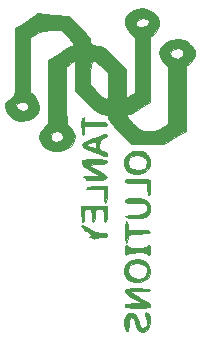
<source format=gbo>
%TF.GenerationSoftware,KiCad,Pcbnew,5.99.0+really5.1.10+dfsg1-1*%
%TF.CreationDate,2021-12-19T10:59:00-08:00*%
%TF.ProjectId,TasmotaGenericPCB,5461736d-6f74-4614-9765-6e6572696350,rev?*%
%TF.SameCoordinates,Original*%
%TF.FileFunction,Legend,Bot*%
%TF.FilePolarity,Positive*%
%FSLAX46Y46*%
G04 Gerber Fmt 4.6, Leading zero omitted, Abs format (unit mm)*
G04 Created by KiCad (PCBNEW 5.99.0+really5.1.10+dfsg1-1) date 2021-12-19 10:59:00*
%MOMM*%
%LPD*%
G01*
G04 APERTURE LIST*
%ADD10C,0.010000*%
%ADD11O,3.600000X1.800000*%
%ADD12O,1.800000X3.600000*%
%ADD13O,1.600000X1.600000*%
%ADD14C,1.600000*%
%ADD15C,2.000000*%
%ADD16R,1.727200X1.727200*%
%ADD17O,1.727200X1.727200*%
%ADD18O,2.000000X1.905000*%
%ADD19R,2.000000X1.905000*%
G04 APERTURE END LIST*
D10*
%TO.C,G\u002A\u002A\u002A*%
G36*
X113525805Y-91561591D02*
G01*
X113833734Y-91979555D01*
X114280054Y-92271010D01*
X114810034Y-92400468D01*
X115368941Y-92332440D01*
X115379507Y-92328997D01*
X115874668Y-92060142D01*
X116196299Y-91670279D01*
X116329242Y-91213300D01*
X116258341Y-90743101D01*
X115968437Y-90313575D01*
X115951000Y-90296999D01*
X115570000Y-89941092D01*
X115573144Y-85280500D01*
X116014290Y-84994750D01*
X116344028Y-84824939D01*
X116724944Y-84736696D01*
X117252086Y-84709208D01*
X117319243Y-84709000D01*
X118183048Y-84709000D01*
X118808500Y-85344000D01*
X119126341Y-85691862D01*
X119268901Y-85908718D01*
X119232770Y-85979000D01*
X119041722Y-86045337D01*
X118700891Y-86222790D01*
X118270103Y-86479018D01*
X118062794Y-86611435D01*
X117801854Y-86781778D01*
X117801854Y-93253808D01*
X118102693Y-93300511D01*
X118175149Y-93346368D01*
X118347104Y-93621775D01*
X118304550Y-93915859D01*
X118105202Y-94109567D01*
X117757784Y-94192952D01*
X117463990Y-94096628D01*
X117288634Y-93867036D01*
X117296531Y-93550617D01*
X117302494Y-93534403D01*
X117493733Y-93340691D01*
X117801854Y-93253808D01*
X117801854Y-86781778D01*
X117094000Y-87243871D01*
X117094000Y-92563461D01*
X116713000Y-92944461D01*
X116404909Y-93393309D01*
X116345860Y-93861910D01*
X116537565Y-94329475D01*
X116592809Y-94404311D01*
X116995343Y-94734540D01*
X117504745Y-94899127D01*
X118054214Y-94905422D01*
X118576948Y-94760774D01*
X119006146Y-94472533D01*
X119250989Y-94111853D01*
X119322670Y-93665985D01*
X119212516Y-93226321D01*
X118950465Y-92889850D01*
X118854581Y-92827678D01*
X118772717Y-92766675D01*
X118712178Y-92660616D01*
X118669783Y-92474663D01*
X118642350Y-92173980D01*
X118626697Y-91723728D01*
X118619641Y-91089071D01*
X118618000Y-90237679D01*
X118618000Y-87774295D01*
X118999000Y-87502999D01*
X119380000Y-87231704D01*
X119380000Y-89858458D01*
X120367059Y-90839729D01*
X120830577Y-91288534D01*
X121168224Y-91579637D01*
X121424145Y-91744042D01*
X121642483Y-91812758D01*
X121764059Y-91821000D01*
X122053578Y-91853334D01*
X122164019Y-91980947D01*
X122174000Y-92089584D01*
X122265318Y-92309009D01*
X122522622Y-92663356D01*
X122920929Y-93120072D01*
X123148523Y-93359584D01*
X124123047Y-94361000D01*
X126901950Y-94361000D01*
X127839975Y-93776354D01*
X128778000Y-93191709D01*
X128778000Y-87744816D01*
X129095635Y-87465158D01*
X129349586Y-87135767D01*
X129491981Y-86775395D01*
X129513469Y-86494962D01*
X129422842Y-86259398D01*
X129179835Y-85975014D01*
X129123545Y-85918145D01*
X128802498Y-85635859D01*
X128507939Y-85504660D01*
X128115783Y-85471078D01*
X128085893Y-85471000D01*
X128059422Y-85474458D01*
X128059422Y-86232719D01*
X128350746Y-86264980D01*
X128439333Y-86317666D01*
X128522769Y-86554158D01*
X128455662Y-86840844D01*
X128340490Y-86989198D01*
X128060229Y-87108256D01*
X127769799Y-87072447D01*
X127533410Y-86924133D01*
X127415270Y-86705675D01*
X127479589Y-86459434D01*
X127499165Y-86434145D01*
X127732646Y-86294425D01*
X128059422Y-86232719D01*
X128059422Y-85474458D01*
X127454700Y-85553458D01*
X126961955Y-85777236D01*
X126629467Y-86106942D01*
X126479043Y-86507181D01*
X126532491Y-86942560D01*
X126811619Y-87377686D01*
X126873000Y-87439500D01*
X127254000Y-87804521D01*
X127252427Y-90225510D01*
X127250855Y-92646500D01*
X126809709Y-92932250D01*
X126406266Y-93126320D01*
X125920496Y-93209580D01*
X125631756Y-93218000D01*
X125227096Y-93207681D01*
X124948707Y-93148992D01*
X124705173Y-93000334D01*
X124405076Y-92720110D01*
X124296475Y-92610387D01*
X123933238Y-92226810D01*
X123745703Y-91984807D01*
X123718806Y-91858250D01*
X123837481Y-91821013D01*
X123841323Y-91821000D01*
X124010439Y-91757587D01*
X124331188Y-91589323D01*
X124741840Y-91349170D01*
X124852141Y-91281250D01*
X125719634Y-90741500D01*
X125724817Y-88003010D01*
X125730000Y-85264521D01*
X126111000Y-84899500D01*
X126392404Y-84547208D01*
X126489766Y-84161531D01*
X126492000Y-84074000D01*
X126378097Y-83599010D01*
X126074540Y-83213132D01*
X125638552Y-82945752D01*
X125140796Y-82829398D01*
X125140796Y-83692874D01*
X125430517Y-83725836D01*
X125518333Y-83777666D01*
X125603882Y-84009293D01*
X125534883Y-84262609D01*
X125402112Y-84377912D01*
X125038767Y-84445478D01*
X124732296Y-84384340D01*
X124538512Y-84228353D01*
X124513230Y-84011372D01*
X124587000Y-83883500D01*
X124816093Y-83750375D01*
X125140796Y-83692874D01*
X125140796Y-82829398D01*
X125127356Y-82826256D01*
X124598177Y-82884032D01*
X124361378Y-82979824D01*
X123873292Y-83335539D01*
X123615769Y-83759496D01*
X123594494Y-84220016D01*
X123815150Y-84685423D01*
X124015500Y-84907725D01*
X124460000Y-85326943D01*
X124460000Y-89988235D01*
X124079000Y-90213297D01*
X123698000Y-90438360D01*
X123698000Y-87941143D01*
X122776030Y-87025326D01*
X122334417Y-86597915D01*
X122008035Y-86320271D01*
X121740150Y-86155226D01*
X121474026Y-86065616D01*
X121252030Y-86026992D01*
X120909780Y-85966656D01*
X120909780Y-87248525D01*
X121158292Y-87364192D01*
X121529278Y-87686258D01*
X121629442Y-87783442D01*
X122174000Y-88317884D01*
X122174000Y-89434442D01*
X122165189Y-89992363D01*
X122134432Y-90337282D01*
X122075241Y-90509729D01*
X121995268Y-90551000D01*
X121825040Y-90462076D01*
X121551293Y-90229071D01*
X121236633Y-89906006D01*
X120656728Y-89261012D01*
X120663302Y-88255006D01*
X120685865Y-87682423D01*
X120760164Y-87350766D01*
X120909780Y-87248525D01*
X120909780Y-85966656D01*
X120886794Y-85962603D01*
X120709080Y-85870830D01*
X120653070Y-85706010D01*
X120650000Y-85609309D01*
X120591632Y-85382390D01*
X120399870Y-85087381D01*
X120049725Y-84690534D01*
X119729250Y-84365821D01*
X118808500Y-83457500D01*
X117535328Y-83370416D01*
X116262156Y-83283331D01*
X115281722Y-83900915D01*
X114739406Y-84242525D01*
X114739406Y-90777857D01*
X115086518Y-90794653D01*
X115157250Y-90817427D01*
X115400012Y-90998768D01*
X115408373Y-91242768D01*
X115244912Y-91446297D01*
X114979680Y-91538287D01*
X114677134Y-91485382D01*
X114439108Y-91323663D01*
X114363500Y-91133989D01*
X114471117Y-90901850D01*
X114739406Y-90777857D01*
X114739406Y-84242525D01*
X114301288Y-84518500D01*
X114300644Y-87204550D01*
X114299999Y-89890600D01*
X113855499Y-90335100D01*
X113593295Y-90650215D01*
X113433656Y-90944085D01*
X113410999Y-91052606D01*
X113525805Y-91561591D01*
G37*
X113525805Y-91561591D02*
X113833734Y-91979555D01*
X114280054Y-92271010D01*
X114810034Y-92400468D01*
X115368941Y-92332440D01*
X115379507Y-92328997D01*
X115874668Y-92060142D01*
X116196299Y-91670279D01*
X116329242Y-91213300D01*
X116258341Y-90743101D01*
X115968437Y-90313575D01*
X115951000Y-90296999D01*
X115570000Y-89941092D01*
X115573144Y-85280500D01*
X116014290Y-84994750D01*
X116344028Y-84824939D01*
X116724944Y-84736696D01*
X117252086Y-84709208D01*
X117319243Y-84709000D01*
X118183048Y-84709000D01*
X118808500Y-85344000D01*
X119126341Y-85691862D01*
X119268901Y-85908718D01*
X119232770Y-85979000D01*
X119041722Y-86045337D01*
X118700891Y-86222790D01*
X118270103Y-86479018D01*
X118062794Y-86611435D01*
X117801854Y-86781778D01*
X117801854Y-93253808D01*
X118102693Y-93300511D01*
X118175149Y-93346368D01*
X118347104Y-93621775D01*
X118304550Y-93915859D01*
X118105202Y-94109567D01*
X117757784Y-94192952D01*
X117463990Y-94096628D01*
X117288634Y-93867036D01*
X117296531Y-93550617D01*
X117302494Y-93534403D01*
X117493733Y-93340691D01*
X117801854Y-93253808D01*
X117801854Y-86781778D01*
X117094000Y-87243871D01*
X117094000Y-92563461D01*
X116713000Y-92944461D01*
X116404909Y-93393309D01*
X116345860Y-93861910D01*
X116537565Y-94329475D01*
X116592809Y-94404311D01*
X116995343Y-94734540D01*
X117504745Y-94899127D01*
X118054214Y-94905422D01*
X118576948Y-94760774D01*
X119006146Y-94472533D01*
X119250989Y-94111853D01*
X119322670Y-93665985D01*
X119212516Y-93226321D01*
X118950465Y-92889850D01*
X118854581Y-92827678D01*
X118772717Y-92766675D01*
X118712178Y-92660616D01*
X118669783Y-92474663D01*
X118642350Y-92173980D01*
X118626697Y-91723728D01*
X118619641Y-91089071D01*
X118618000Y-90237679D01*
X118618000Y-87774295D01*
X118999000Y-87502999D01*
X119380000Y-87231704D01*
X119380000Y-89858458D01*
X120367059Y-90839729D01*
X120830577Y-91288534D01*
X121168224Y-91579637D01*
X121424145Y-91744042D01*
X121642483Y-91812758D01*
X121764059Y-91821000D01*
X122053578Y-91853334D01*
X122164019Y-91980947D01*
X122174000Y-92089584D01*
X122265318Y-92309009D01*
X122522622Y-92663356D01*
X122920929Y-93120072D01*
X123148523Y-93359584D01*
X124123047Y-94361000D01*
X126901950Y-94361000D01*
X127839975Y-93776354D01*
X128778000Y-93191709D01*
X128778000Y-87744816D01*
X129095635Y-87465158D01*
X129349586Y-87135767D01*
X129491981Y-86775395D01*
X129513469Y-86494962D01*
X129422842Y-86259398D01*
X129179835Y-85975014D01*
X129123545Y-85918145D01*
X128802498Y-85635859D01*
X128507939Y-85504660D01*
X128115783Y-85471078D01*
X128085893Y-85471000D01*
X128059422Y-85474458D01*
X128059422Y-86232719D01*
X128350746Y-86264980D01*
X128439333Y-86317666D01*
X128522769Y-86554158D01*
X128455662Y-86840844D01*
X128340490Y-86989198D01*
X128060229Y-87108256D01*
X127769799Y-87072447D01*
X127533410Y-86924133D01*
X127415270Y-86705675D01*
X127479589Y-86459434D01*
X127499165Y-86434145D01*
X127732646Y-86294425D01*
X128059422Y-86232719D01*
X128059422Y-85474458D01*
X127454700Y-85553458D01*
X126961955Y-85777236D01*
X126629467Y-86106942D01*
X126479043Y-86507181D01*
X126532491Y-86942560D01*
X126811619Y-87377686D01*
X126873000Y-87439500D01*
X127254000Y-87804521D01*
X127252427Y-90225510D01*
X127250855Y-92646500D01*
X126809709Y-92932250D01*
X126406266Y-93126320D01*
X125920496Y-93209580D01*
X125631756Y-93218000D01*
X125227096Y-93207681D01*
X124948707Y-93148992D01*
X124705173Y-93000334D01*
X124405076Y-92720110D01*
X124296475Y-92610387D01*
X123933238Y-92226810D01*
X123745703Y-91984807D01*
X123718806Y-91858250D01*
X123837481Y-91821013D01*
X123841323Y-91821000D01*
X124010439Y-91757587D01*
X124331188Y-91589323D01*
X124741840Y-91349170D01*
X124852141Y-91281250D01*
X125719634Y-90741500D01*
X125724817Y-88003010D01*
X125730000Y-85264521D01*
X126111000Y-84899500D01*
X126392404Y-84547208D01*
X126489766Y-84161531D01*
X126492000Y-84074000D01*
X126378097Y-83599010D01*
X126074540Y-83213132D01*
X125638552Y-82945752D01*
X125140796Y-82829398D01*
X125140796Y-83692874D01*
X125430517Y-83725836D01*
X125518333Y-83777666D01*
X125603882Y-84009293D01*
X125534883Y-84262609D01*
X125402112Y-84377912D01*
X125038767Y-84445478D01*
X124732296Y-84384340D01*
X124538512Y-84228353D01*
X124513230Y-84011372D01*
X124587000Y-83883500D01*
X124816093Y-83750375D01*
X125140796Y-83692874D01*
X125140796Y-82829398D01*
X125127356Y-82826256D01*
X124598177Y-82884032D01*
X124361378Y-82979824D01*
X123873292Y-83335539D01*
X123615769Y-83759496D01*
X123594494Y-84220016D01*
X123815150Y-84685423D01*
X124015500Y-84907725D01*
X124460000Y-85326943D01*
X124460000Y-89988235D01*
X124079000Y-90213297D01*
X123698000Y-90438360D01*
X123698000Y-87941143D01*
X122776030Y-87025326D01*
X122334417Y-86597915D01*
X122008035Y-86320271D01*
X121740150Y-86155226D01*
X121474026Y-86065616D01*
X121252030Y-86026992D01*
X120909780Y-85966656D01*
X120909780Y-87248525D01*
X121158292Y-87364192D01*
X121529278Y-87686258D01*
X121629442Y-87783442D01*
X122174000Y-88317884D01*
X122174000Y-89434442D01*
X122165189Y-89992363D01*
X122134432Y-90337282D01*
X122075241Y-90509729D01*
X121995268Y-90551000D01*
X121825040Y-90462076D01*
X121551293Y-90229071D01*
X121236633Y-89906006D01*
X120656728Y-89261012D01*
X120663302Y-88255006D01*
X120685865Y-87682423D01*
X120760164Y-87350766D01*
X120909780Y-87248525D01*
X120909780Y-85966656D01*
X120886794Y-85962603D01*
X120709080Y-85870830D01*
X120653070Y-85706010D01*
X120650000Y-85609309D01*
X120591632Y-85382390D01*
X120399870Y-85087381D01*
X120049725Y-84690534D01*
X119729250Y-84365821D01*
X118808500Y-83457500D01*
X117535328Y-83370416D01*
X116262156Y-83283331D01*
X115281722Y-83900915D01*
X114739406Y-84242525D01*
X114739406Y-90777857D01*
X115086518Y-90794653D01*
X115157250Y-90817427D01*
X115400012Y-90998768D01*
X115408373Y-91242768D01*
X115244912Y-91446297D01*
X114979680Y-91538287D01*
X114677134Y-91485382D01*
X114439108Y-91323663D01*
X114363500Y-91133989D01*
X114471117Y-90901850D01*
X114739406Y-90777857D01*
X114739406Y-84242525D01*
X114301288Y-84518500D01*
X114300644Y-87204550D01*
X114299999Y-89890600D01*
X113855499Y-90335100D01*
X113593295Y-90650215D01*
X113433656Y-90944085D01*
X113410999Y-91052606D01*
X113525805Y-91561591D01*
G36*
X123684967Y-96517092D02*
G01*
X124041597Y-96783963D01*
X124540866Y-96899623D01*
X124606842Y-96901000D01*
X125105000Y-96799865D01*
X125474757Y-96532852D01*
X125687315Y-96154543D01*
X125713877Y-95719522D01*
X125525644Y-95282371D01*
X125487220Y-95232319D01*
X125263250Y-95033634D01*
X124956548Y-94946323D01*
X124650724Y-94932500D01*
X124570649Y-94938179D01*
X124570649Y-95250000D01*
X125044186Y-95333733D01*
X125346961Y-95560753D01*
X125451575Y-95894790D01*
X125344531Y-96274349D01*
X125172892Y-96444874D01*
X124856024Y-96514524D01*
X124671431Y-96520000D01*
X124198963Y-96466818D01*
X123928450Y-96291141D01*
X123827637Y-95968771D01*
X123825000Y-95885000D01*
X123906395Y-95512773D01*
X124164496Y-95307209D01*
X124570649Y-95250000D01*
X124570649Y-94938179D01*
X124241637Y-94961515D01*
X123967150Y-95079893D01*
X123738772Y-95302470D01*
X123506769Y-95727020D01*
X123497762Y-96148336D01*
X123684967Y-96517092D01*
G37*
X123684967Y-96517092D02*
X124041597Y-96783963D01*
X124540866Y-96899623D01*
X124606842Y-96901000D01*
X125105000Y-96799865D01*
X125474757Y-96532852D01*
X125687315Y-96154543D01*
X125713877Y-95719522D01*
X125525644Y-95282371D01*
X125487220Y-95232319D01*
X125263250Y-95033634D01*
X124956548Y-94946323D01*
X124650724Y-94932500D01*
X124570649Y-94938179D01*
X124570649Y-95250000D01*
X125044186Y-95333733D01*
X125346961Y-95560753D01*
X125451575Y-95894790D01*
X125344531Y-96274349D01*
X125172892Y-96444874D01*
X124856024Y-96514524D01*
X124671431Y-96520000D01*
X124198963Y-96466818D01*
X123928450Y-96291141D01*
X123827637Y-95968771D01*
X123825000Y-95885000D01*
X123906395Y-95512773D01*
X124164496Y-95307209D01*
X124570649Y-95250000D01*
X124570649Y-94938179D01*
X124241637Y-94961515D01*
X123967150Y-95079893D01*
X123738772Y-95302470D01*
X123506769Y-95727020D01*
X123497762Y-96148336D01*
X123684967Y-96517092D01*
G36*
X123620895Y-97572983D02*
G01*
X123801203Y-97631966D01*
X124157857Y-97658635D01*
X124523500Y-97663000D01*
X125476000Y-97663000D01*
X125476000Y-98171000D01*
X125504167Y-98489110D01*
X125574531Y-98666046D01*
X125603000Y-98679000D01*
X125671013Y-98567522D01*
X125714191Y-98293287D01*
X125729621Y-97946589D01*
X125714391Y-97617720D01*
X125665586Y-97396977D01*
X125645333Y-97366666D01*
X125486292Y-97326633D01*
X125141115Y-97296815D01*
X124677620Y-97282529D01*
X124565833Y-97282000D01*
X124050770Y-97291287D01*
X123743842Y-97324942D01*
X123599666Y-97391656D01*
X123571000Y-97472500D01*
X123620895Y-97572983D01*
G37*
X123620895Y-97572983D02*
X123801203Y-97631966D01*
X124157857Y-97658635D01*
X124523500Y-97663000D01*
X125476000Y-97663000D01*
X125476000Y-98171000D01*
X125504167Y-98489110D01*
X125574531Y-98666046D01*
X125603000Y-98679000D01*
X125671013Y-98567522D01*
X125714191Y-98293287D01*
X125729621Y-97946589D01*
X125714391Y-97617720D01*
X125665586Y-97396977D01*
X125645333Y-97366666D01*
X125486292Y-97326633D01*
X125141115Y-97296815D01*
X124677620Y-97282529D01*
X124565833Y-97282000D01*
X124050770Y-97291287D01*
X123743842Y-97324942D01*
X123599666Y-97391656D01*
X123571000Y-97472500D01*
X123620895Y-97572983D01*
G36*
X123688220Y-100522518D02*
G01*
X124001321Y-100567664D01*
X124440316Y-100584000D01*
X124951721Y-100567438D01*
X125276144Y-100508370D01*
X125479004Y-100392721D01*
X125519816Y-100351749D01*
X125701665Y-99996854D01*
X125714969Y-99593106D01*
X125565780Y-99243045D01*
X125447741Y-99130701D01*
X125171817Y-99015972D01*
X124784376Y-98946499D01*
X124357998Y-98922560D01*
X123965267Y-98944433D01*
X123678763Y-99012397D01*
X123571000Y-99123500D01*
X123623380Y-99227123D01*
X123811684Y-99286368D01*
X124182656Y-99311279D01*
X124457580Y-99314000D01*
X124923474Y-99319477D01*
X125196396Y-99350032D01*
X125337345Y-99426846D01*
X125407320Y-99571100D01*
X125428807Y-99651260D01*
X125426659Y-99972689D01*
X125221886Y-100187293D01*
X124801246Y-100303096D01*
X124308726Y-100330000D01*
X123912819Y-100349844D01*
X123645459Y-100401371D01*
X123571000Y-100457000D01*
X123688220Y-100522518D01*
G37*
X123688220Y-100522518D02*
X124001321Y-100567664D01*
X124440316Y-100584000D01*
X124951721Y-100567438D01*
X125276144Y-100508370D01*
X125479004Y-100392721D01*
X125519816Y-100351749D01*
X125701665Y-99996854D01*
X125714969Y-99593106D01*
X125565780Y-99243045D01*
X125447741Y-99130701D01*
X125171817Y-99015972D01*
X124784376Y-98946499D01*
X124357998Y-98922560D01*
X123965267Y-98944433D01*
X123678763Y-99012397D01*
X123571000Y-99123500D01*
X123623380Y-99227123D01*
X123811684Y-99286368D01*
X124182656Y-99311279D01*
X124457580Y-99314000D01*
X124923474Y-99319477D01*
X125196396Y-99350032D01*
X125337345Y-99426846D01*
X125407320Y-99571100D01*
X125428807Y-99651260D01*
X125426659Y-99972689D01*
X125221886Y-100187293D01*
X124801246Y-100303096D01*
X124308726Y-100330000D01*
X123912819Y-100349844D01*
X123645459Y-100401371D01*
X123571000Y-100457000D01*
X123688220Y-100522518D01*
G36*
X123586309Y-102311033D02*
G01*
X123630288Y-102611194D01*
X123698000Y-102679500D01*
X123796974Y-102504111D01*
X123825000Y-102296568D01*
X123841005Y-102138160D01*
X123925360Y-102043625D01*
X124132576Y-101992506D01*
X124517160Y-101964344D01*
X124735591Y-101954813D01*
X125283268Y-101910091D01*
X125610595Y-101831887D01*
X125698674Y-101758750D01*
X125655331Y-101673244D01*
X125434641Y-101622689D01*
X125004610Y-101601508D01*
X124788083Y-101600000D01*
X123825000Y-101600000D01*
X123825000Y-101219000D01*
X123788213Y-100951487D01*
X123699580Y-100838029D01*
X123698000Y-100838000D01*
X123634140Y-100956267D01*
X123589586Y-101276754D01*
X123571146Y-101747989D01*
X123571000Y-101797995D01*
X123586309Y-102311033D01*
G37*
X123586309Y-102311033D02*
X123630288Y-102611194D01*
X123698000Y-102679500D01*
X123796974Y-102504111D01*
X123825000Y-102296568D01*
X123841005Y-102138160D01*
X123925360Y-102043625D01*
X124132576Y-101992506D01*
X124517160Y-101964344D01*
X124735591Y-101954813D01*
X125283268Y-101910091D01*
X125610595Y-101831887D01*
X125698674Y-101758750D01*
X125655331Y-101673244D01*
X125434641Y-101622689D01*
X125004610Y-101601508D01*
X124788083Y-101600000D01*
X123825000Y-101600000D01*
X123825000Y-101219000D01*
X123788213Y-100951487D01*
X123699580Y-100838029D01*
X123698000Y-100838000D01*
X123634140Y-100956267D01*
X123589586Y-101276754D01*
X123571146Y-101747989D01*
X123571000Y-101797995D01*
X123586309Y-102311033D01*
G36*
X123588224Y-103633473D02*
G01*
X123650839Y-103708900D01*
X123723399Y-103657400D01*
X123912250Y-103579914D01*
X124245718Y-103529580D01*
X124646238Y-103507521D01*
X125036244Y-103514862D01*
X125338170Y-103552726D01*
X125474451Y-103622238D01*
X125476000Y-103632000D01*
X125572643Y-103755309D01*
X125603000Y-103759000D01*
X125686943Y-103647356D01*
X125728903Y-103372834D01*
X125730000Y-103314500D01*
X125698101Y-103020698D01*
X125619667Y-102873839D01*
X125603000Y-102870000D01*
X125479690Y-102966643D01*
X125476000Y-102997000D01*
X125359363Y-103063365D01*
X125050390Y-103108802D01*
X124650500Y-103124000D01*
X124219126Y-103106055D01*
X123923785Y-103058521D01*
X123825000Y-102997000D01*
X123728356Y-102873690D01*
X123698000Y-102870000D01*
X123615908Y-102982079D01*
X123572871Y-103259545D01*
X123571000Y-103339900D01*
X123588224Y-103633473D01*
G37*
X123588224Y-103633473D02*
X123650839Y-103708900D01*
X123723399Y-103657400D01*
X123912250Y-103579914D01*
X124245718Y-103529580D01*
X124646238Y-103507521D01*
X125036244Y-103514862D01*
X125338170Y-103552726D01*
X125474451Y-103622238D01*
X125476000Y-103632000D01*
X125572643Y-103755309D01*
X125603000Y-103759000D01*
X125686943Y-103647356D01*
X125728903Y-103372834D01*
X125730000Y-103314500D01*
X125698101Y-103020698D01*
X125619667Y-102873839D01*
X125603000Y-102870000D01*
X125479690Y-102966643D01*
X125476000Y-102997000D01*
X125359363Y-103063365D01*
X125050390Y-103108802D01*
X124650500Y-103124000D01*
X124219126Y-103106055D01*
X123923785Y-103058521D01*
X123825000Y-102997000D01*
X123728356Y-102873690D01*
X123698000Y-102870000D01*
X123615908Y-102982079D01*
X123572871Y-103259545D01*
X123571000Y-103339900D01*
X123588224Y-103633473D01*
G36*
X123506331Y-105277680D02*
G01*
X123699849Y-105677884D01*
X124032520Y-105931857D01*
X124445524Y-106044743D01*
X124880043Y-106021684D01*
X125277255Y-105867822D01*
X125578341Y-105588298D01*
X125724483Y-105188256D01*
X125730000Y-105083282D01*
X125649668Y-104666261D01*
X125488930Y-104406930D01*
X125080767Y-104139379D01*
X124629788Y-104058110D01*
X124578423Y-104067595D01*
X124578423Y-104388223D01*
X124993634Y-104479099D01*
X125193741Y-104591701D01*
X125435671Y-104861474D01*
X125442373Y-105190268D01*
X125350056Y-105408026D01*
X125089983Y-105667706D01*
X124734802Y-105758330D01*
X124359497Y-105698459D01*
X124039048Y-105506653D01*
X123848438Y-105201470D01*
X123825000Y-105030540D01*
X123930061Y-104684477D01*
X124202551Y-104463527D01*
X124578423Y-104388223D01*
X124578423Y-104067595D01*
X124190317Y-104139263D01*
X123816683Y-104358979D01*
X123563212Y-104693396D01*
X123484229Y-105118656D01*
X123506331Y-105277680D01*
G37*
X123506331Y-105277680D02*
X123699849Y-105677884D01*
X124032520Y-105931857D01*
X124445524Y-106044743D01*
X124880043Y-106021684D01*
X125277255Y-105867822D01*
X125578341Y-105588298D01*
X125724483Y-105188256D01*
X125730000Y-105083282D01*
X125649668Y-104666261D01*
X125488930Y-104406930D01*
X125080767Y-104139379D01*
X124629788Y-104058110D01*
X124578423Y-104067595D01*
X124578423Y-104388223D01*
X124993634Y-104479099D01*
X125193741Y-104591701D01*
X125435671Y-104861474D01*
X125442373Y-105190268D01*
X125350056Y-105408026D01*
X125089983Y-105667706D01*
X124734802Y-105758330D01*
X124359497Y-105698459D01*
X124039048Y-105506653D01*
X123848438Y-105201470D01*
X123825000Y-105030540D01*
X123930061Y-104684477D01*
X124202551Y-104463527D01*
X124578423Y-104388223D01*
X124578423Y-104067595D01*
X124190317Y-104139263D01*
X123816683Y-104358979D01*
X123563212Y-104693396D01*
X123484229Y-105118656D01*
X123506331Y-105277680D01*
G36*
X123621838Y-108112208D02*
G01*
X123802711Y-108168885D01*
X124156153Y-108197062D01*
X124659812Y-108204000D01*
X125189288Y-108198241D01*
X125510714Y-108174762D01*
X125669899Y-108124258D01*
X125712655Y-108037422D01*
X125707562Y-107991171D01*
X125582468Y-107833285D01*
X125287725Y-107605898D01*
X124881229Y-107352371D01*
X124777500Y-107294641D01*
X123888500Y-106810938D01*
X124809250Y-106808969D01*
X125276097Y-106791727D01*
X125601134Y-106747329D01*
X125729708Y-106683428D01*
X125730000Y-106680000D01*
X125610612Y-106618151D01*
X125282253Y-106574353D01*
X124789630Y-106553864D01*
X124650500Y-106553000D01*
X124122449Y-106558804D01*
X123799618Y-106583053D01*
X123633358Y-106636002D01*
X123575021Y-106727905D01*
X123571000Y-106780543D01*
X123692719Y-106988539D01*
X124050497Y-107246076D01*
X124301250Y-107383793D01*
X125031500Y-107759500D01*
X124301250Y-107797587D01*
X123856443Y-107840570D01*
X123626340Y-107918350D01*
X123571000Y-108019837D01*
X123621838Y-108112208D01*
G37*
X123621838Y-108112208D02*
X123802711Y-108168885D01*
X124156153Y-108197062D01*
X124659812Y-108204000D01*
X125189288Y-108198241D01*
X125510714Y-108174762D01*
X125669899Y-108124258D01*
X125712655Y-108037422D01*
X125707562Y-107991171D01*
X125582468Y-107833285D01*
X125287725Y-107605898D01*
X124881229Y-107352371D01*
X124777500Y-107294641D01*
X123888500Y-106810938D01*
X124809250Y-106808969D01*
X125276097Y-106791727D01*
X125601134Y-106747329D01*
X125729708Y-106683428D01*
X125730000Y-106680000D01*
X125610612Y-106618151D01*
X125282253Y-106574353D01*
X124789630Y-106553864D01*
X124650500Y-106553000D01*
X124122449Y-106558804D01*
X123799618Y-106583053D01*
X123633358Y-106636002D01*
X123575021Y-106727905D01*
X123571000Y-106780543D01*
X123692719Y-106988539D01*
X124050497Y-107246076D01*
X124301250Y-107383793D01*
X125031500Y-107759500D01*
X124301250Y-107797587D01*
X123856443Y-107840570D01*
X123626340Y-107918350D01*
X123571000Y-108019837D01*
X123621838Y-108112208D01*
G36*
X123562611Y-109896437D02*
G01*
X123703374Y-110173445D01*
X123812764Y-110205551D01*
X123880195Y-110001001D01*
X123896480Y-109636403D01*
X123913004Y-109249834D01*
X123989088Y-109053602D01*
X124106212Y-108992965D01*
X124294707Y-109049283D01*
X124400751Y-109306811D01*
X124538041Y-109812268D01*
X124699502Y-110105000D01*
X124912615Y-110226264D01*
X125019705Y-110236000D01*
X125406146Y-110129991D01*
X125646106Y-109828432D01*
X125719973Y-109369678D01*
X125696708Y-109016046D01*
X125652897Y-108763720D01*
X125645890Y-108743750D01*
X125478744Y-108600844D01*
X125388329Y-108585000D01*
X125258059Y-108653281D01*
X125289873Y-108807250D01*
X125431299Y-109288247D01*
X125414209Y-109664386D01*
X125301877Y-109841407D01*
X125067685Y-109943430D01*
X124892769Y-109805297D01*
X124771360Y-109422378D01*
X124769842Y-109414346D01*
X124643348Y-109048707D01*
X124450963Y-108767371D01*
X124446907Y-108763651D01*
X124152787Y-108620096D01*
X123874507Y-108683205D01*
X123648375Y-108906469D01*
X123510699Y-109243380D01*
X123497784Y-109647427D01*
X123562611Y-109896437D01*
G37*
X123562611Y-109896437D02*
X123703374Y-110173445D01*
X123812764Y-110205551D01*
X123880195Y-110001001D01*
X123896480Y-109636403D01*
X123913004Y-109249834D01*
X123989088Y-109053602D01*
X124106212Y-108992965D01*
X124294707Y-109049283D01*
X124400751Y-109306811D01*
X124538041Y-109812268D01*
X124699502Y-110105000D01*
X124912615Y-110226264D01*
X125019705Y-110236000D01*
X125406146Y-110129991D01*
X125646106Y-109828432D01*
X125719973Y-109369678D01*
X125696708Y-109016046D01*
X125652897Y-108763720D01*
X125645890Y-108743750D01*
X125478744Y-108600844D01*
X125388329Y-108585000D01*
X125258059Y-108653281D01*
X125289873Y-108807250D01*
X125431299Y-109288247D01*
X125414209Y-109664386D01*
X125301877Y-109841407D01*
X125067685Y-109943430D01*
X124892769Y-109805297D01*
X124771360Y-109422378D01*
X124769842Y-109414346D01*
X124643348Y-109048707D01*
X124450963Y-108767371D01*
X124446907Y-108763651D01*
X124152787Y-108620096D01*
X123874507Y-108683205D01*
X123648375Y-108906469D01*
X123510699Y-109243380D01*
X123497784Y-109647427D01*
X123562611Y-109896437D01*
G36*
X119903758Y-93126440D02*
G01*
X119946415Y-93460961D01*
X120009044Y-93598108D01*
X120015000Y-93599000D01*
X120104170Y-93488641D01*
X120141990Y-93222740D01*
X120142000Y-93218000D01*
X120142000Y-92837000D01*
X121094500Y-92837000D01*
X121596917Y-92827020D01*
X121891832Y-92790959D01*
X122025176Y-92719628D01*
X122047000Y-92646500D01*
X121997104Y-92546016D01*
X121816796Y-92487033D01*
X121460142Y-92460364D01*
X121094500Y-92456000D01*
X120142000Y-92456000D01*
X120142000Y-92075000D01*
X120105213Y-91807487D01*
X120016580Y-91694029D01*
X120015000Y-91694000D01*
X119951007Y-91812188D01*
X119906405Y-92132116D01*
X119888118Y-92601832D01*
X119888000Y-92646500D01*
X119903758Y-93126440D01*
G37*
X119903758Y-93126440D02*
X119946415Y-93460961D01*
X120009044Y-93598108D01*
X120015000Y-93599000D01*
X120104170Y-93488641D01*
X120141990Y-93222740D01*
X120142000Y-93218000D01*
X120142000Y-92837000D01*
X121094500Y-92837000D01*
X121596917Y-92827020D01*
X121891832Y-92790959D01*
X122025176Y-92719628D01*
X122047000Y-92646500D01*
X121997104Y-92546016D01*
X121816796Y-92487033D01*
X121460142Y-92460364D01*
X121094500Y-92456000D01*
X120142000Y-92456000D01*
X120142000Y-92075000D01*
X120105213Y-91807487D01*
X120016580Y-91694029D01*
X120015000Y-91694000D01*
X119951007Y-91812188D01*
X119906405Y-92132116D01*
X119888118Y-92601832D01*
X119888000Y-92646500D01*
X119903758Y-93126440D01*
G36*
X120119336Y-94634481D02*
G01*
X120539100Y-94845906D01*
X120960412Y-95009170D01*
X121475146Y-95197054D01*
X121795766Y-95308879D01*
X121967838Y-95352659D01*
X122036931Y-95336407D01*
X122048610Y-95268138D01*
X122047000Y-95200267D01*
X121938724Y-95040438D01*
X121729500Y-94943848D01*
X121509285Y-94842092D01*
X121422339Y-94631062D01*
X121412000Y-94418937D01*
X121451834Y-94088587D01*
X121606794Y-93909766D01*
X121729500Y-93853000D01*
X121947520Y-93722439D01*
X122054670Y-93574979D01*
X122010004Y-93480611D01*
X121951750Y-93473069D01*
X121795318Y-93514978D01*
X121465224Y-93625238D01*
X121025352Y-93782270D01*
X120904000Y-93826945D01*
X120898526Y-93829197D01*
X120898526Y-94130144D01*
X121095142Y-94170636D01*
X121157966Y-94404485D01*
X121158000Y-94412612D01*
X121139998Y-94607198D01*
X121038441Y-94661734D01*
X120781999Y-94602601D01*
X120706406Y-94579627D01*
X120418999Y-94484123D01*
X120349337Y-94413939D01*
X120472028Y-94320913D01*
X120547656Y-94278515D01*
X120898526Y-94130144D01*
X120898526Y-93829197D01*
X120339989Y-94059022D01*
X120020637Y-94258998D01*
X119946800Y-94444832D01*
X120119336Y-94634481D01*
G37*
X120119336Y-94634481D02*
X120539100Y-94845906D01*
X120960412Y-95009170D01*
X121475146Y-95197054D01*
X121795766Y-95308879D01*
X121967838Y-95352659D01*
X122036931Y-95336407D01*
X122048610Y-95268138D01*
X122047000Y-95200267D01*
X121938724Y-95040438D01*
X121729500Y-94943848D01*
X121509285Y-94842092D01*
X121422339Y-94631062D01*
X121412000Y-94418937D01*
X121451834Y-94088587D01*
X121606794Y-93909766D01*
X121729500Y-93853000D01*
X121947520Y-93722439D01*
X122054670Y-93574979D01*
X122010004Y-93480611D01*
X121951750Y-93473069D01*
X121795318Y-93514978D01*
X121465224Y-93625238D01*
X121025352Y-93782270D01*
X120904000Y-93826945D01*
X120898526Y-93829197D01*
X120898526Y-94130144D01*
X121095142Y-94170636D01*
X121157966Y-94404485D01*
X121158000Y-94412612D01*
X121139998Y-94607198D01*
X121038441Y-94661734D01*
X120781999Y-94602601D01*
X120706406Y-94579627D01*
X120418999Y-94484123D01*
X120349337Y-94413939D01*
X120472028Y-94320913D01*
X120547656Y-94278515D01*
X120898526Y-94130144D01*
X120898526Y-93829197D01*
X120339989Y-94059022D01*
X120020637Y-94258998D01*
X119946800Y-94444832D01*
X120119336Y-94634481D01*
G36*
X119927003Y-97320284D02*
G01*
X120075217Y-97374500D01*
X120379447Y-97393384D01*
X120886501Y-97384038D01*
X120934345Y-97382386D01*
X121545452Y-97339969D01*
X121907142Y-97258772D01*
X122022227Y-97129960D01*
X121893518Y-96944695D01*
X121523828Y-96694141D01*
X121208767Y-96520000D01*
X120367544Y-96075500D01*
X121207272Y-96037947D01*
X121685309Y-96001520D01*
X121950892Y-95938475D01*
X122045078Y-95837945D01*
X122047000Y-95815697D01*
X121996601Y-95723099D01*
X121816946Y-95666290D01*
X121465341Y-95638024D01*
X120958667Y-95631000D01*
X120433680Y-95634555D01*
X120114726Y-95653575D01*
X119953854Y-95700595D01*
X119903113Y-95788147D01*
X119910917Y-95904861D01*
X120064540Y-96154338D01*
X120460979Y-96453518D01*
X120713500Y-96601846D01*
X121475500Y-97024971D01*
X120681750Y-97026485D01*
X120231442Y-97040381D01*
X119984918Y-97088062D01*
X119892878Y-97181773D01*
X119888000Y-97223636D01*
X119927003Y-97320284D01*
G37*
X119927003Y-97320284D02*
X120075217Y-97374500D01*
X120379447Y-97393384D01*
X120886501Y-97384038D01*
X120934345Y-97382386D01*
X121545452Y-97339969D01*
X121907142Y-97258772D01*
X122022227Y-97129960D01*
X121893518Y-96944695D01*
X121523828Y-96694141D01*
X121208767Y-96520000D01*
X120367544Y-96075500D01*
X121207272Y-96037947D01*
X121685309Y-96001520D01*
X121950892Y-95938475D01*
X122045078Y-95837945D01*
X122047000Y-95815697D01*
X121996601Y-95723099D01*
X121816946Y-95666290D01*
X121465341Y-95638024D01*
X120958667Y-95631000D01*
X120433680Y-95634555D01*
X120114726Y-95653575D01*
X119953854Y-95700595D01*
X119903113Y-95788147D01*
X119910917Y-95904861D01*
X120064540Y-96154338D01*
X120460979Y-96453518D01*
X120713500Y-96601846D01*
X121475500Y-97024971D01*
X120681750Y-97026485D01*
X120231442Y-97040381D01*
X119984918Y-97088062D01*
X119892878Y-97181773D01*
X119888000Y-97223636D01*
X119927003Y-97320284D01*
G36*
X120006188Y-98107992D02*
G01*
X120326116Y-98152594D01*
X120795832Y-98170881D01*
X120840500Y-98171000D01*
X121793000Y-98171000D01*
X121793000Y-98742500D01*
X121818224Y-99083329D01*
X121882045Y-99287776D01*
X121920000Y-99314000D01*
X121989549Y-99199172D01*
X122035679Y-98902963D01*
X122047000Y-98615500D01*
X122047000Y-97917000D01*
X120967500Y-97917000D01*
X120441787Y-97931045D01*
X120069501Y-97969676D01*
X119895348Y-98027631D01*
X119888000Y-98044000D01*
X120006188Y-98107992D01*
G37*
X120006188Y-98107992D02*
X120326116Y-98152594D01*
X120795832Y-98170881D01*
X120840500Y-98171000D01*
X121793000Y-98171000D01*
X121793000Y-98742500D01*
X121818224Y-99083329D01*
X121882045Y-99287776D01*
X121920000Y-99314000D01*
X121989549Y-99199172D01*
X122035679Y-98902963D01*
X122047000Y-98615500D01*
X122047000Y-97917000D01*
X120967500Y-97917000D01*
X120441787Y-97931045D01*
X120069501Y-97969676D01*
X119895348Y-98027631D01*
X119888000Y-98044000D01*
X120006188Y-98107992D01*
G36*
X119908877Y-100649022D02*
G01*
X119962733Y-100902734D01*
X120015000Y-100965000D01*
X120090739Y-100851488D01*
X120136172Y-100564293D01*
X120142000Y-100393500D01*
X120155159Y-100040839D01*
X120219844Y-99873752D01*
X120373863Y-99824182D01*
X120459500Y-99822000D01*
X120655422Y-99845687D01*
X120748248Y-99962120D01*
X120775787Y-100239354D01*
X120777000Y-100393500D01*
X120802224Y-100734329D01*
X120866045Y-100938776D01*
X120904000Y-100965000D01*
X120979739Y-100851488D01*
X121025172Y-100564293D01*
X121031000Y-100393500D01*
X121042044Y-100042075D01*
X121105814Y-99875629D01*
X121268263Y-99825230D01*
X121412000Y-99822000D01*
X121646282Y-99838566D01*
X121757246Y-99934221D01*
X121790846Y-100177895D01*
X121793000Y-100393500D01*
X121818224Y-100734329D01*
X121882045Y-100938776D01*
X121920000Y-100965000D01*
X121989549Y-100850172D01*
X122035679Y-100553963D01*
X122047000Y-100266500D01*
X122047000Y-99568000D01*
X119888000Y-99568000D01*
X119888000Y-100266500D01*
X119908877Y-100649022D01*
G37*
X119908877Y-100649022D02*
X119962733Y-100902734D01*
X120015000Y-100965000D01*
X120090739Y-100851488D01*
X120136172Y-100564293D01*
X120142000Y-100393500D01*
X120155159Y-100040839D01*
X120219844Y-99873752D01*
X120373863Y-99824182D01*
X120459500Y-99822000D01*
X120655422Y-99845687D01*
X120748248Y-99962120D01*
X120775787Y-100239354D01*
X120777000Y-100393500D01*
X120802224Y-100734329D01*
X120866045Y-100938776D01*
X120904000Y-100965000D01*
X120979739Y-100851488D01*
X121025172Y-100564293D01*
X121031000Y-100393500D01*
X121042044Y-100042075D01*
X121105814Y-99875629D01*
X121268263Y-99825230D01*
X121412000Y-99822000D01*
X121646282Y-99838566D01*
X121757246Y-99934221D01*
X121790846Y-100177895D01*
X121793000Y-100393500D01*
X121818224Y-100734329D01*
X121882045Y-100938776D01*
X121920000Y-100965000D01*
X121989549Y-100850172D01*
X122035679Y-100553963D01*
X122047000Y-100266500D01*
X122047000Y-99568000D01*
X119888000Y-99568000D01*
X119888000Y-100266500D01*
X119908877Y-100649022D01*
G36*
X119918560Y-102849854D02*
G01*
X120039751Y-102833975D01*
X120295839Y-102685734D01*
X120495718Y-102552500D01*
X121089438Y-102282702D01*
X121504981Y-102235000D01*
X121870882Y-102207349D01*
X122030783Y-102114328D01*
X122047000Y-102044500D01*
X121954521Y-101906135D01*
X121655719Y-101854976D01*
X121584796Y-101854000D01*
X121095240Y-101758487D01*
X120533900Y-101491584D01*
X120505296Y-101474173D01*
X120131320Y-101265291D01*
X119933323Y-101211063D01*
X119888000Y-101273315D01*
X119987735Y-101446779D01*
X120237039Y-101663290D01*
X120339956Y-101731608D01*
X120791912Y-102010932D01*
X120339956Y-102318044D01*
X120062022Y-102532961D01*
X119902728Y-102706615D01*
X119888000Y-102747578D01*
X119918560Y-102849854D01*
G37*
X119918560Y-102849854D02*
X120039751Y-102833975D01*
X120295839Y-102685734D01*
X120495718Y-102552500D01*
X121089438Y-102282702D01*
X121504981Y-102235000D01*
X121870882Y-102207349D01*
X122030783Y-102114328D01*
X122047000Y-102044500D01*
X121954521Y-101906135D01*
X121655719Y-101854976D01*
X121584796Y-101854000D01*
X121095240Y-101758487D01*
X120533900Y-101491584D01*
X120505296Y-101474173D01*
X120131320Y-101265291D01*
X119933323Y-101211063D01*
X119888000Y-101273315D01*
X119987735Y-101446779D01*
X120237039Y-101663290D01*
X120339956Y-101731608D01*
X120791912Y-102010932D01*
X120339956Y-102318044D01*
X120062022Y-102532961D01*
X119902728Y-102706615D01*
X119888000Y-102747578D01*
X119918560Y-102849854D01*
%TD*%
%LPC*%
D11*
%TO.C,J3*%
X103124000Y-111633000D03*
G36*
G01*
X104674000Y-117613000D02*
X101574000Y-117613000D01*
G75*
G02*
X101324000Y-117363000I0J250000D01*
G01*
X101324000Y-116063000D01*
G75*
G02*
X101574000Y-115813000I250000J0D01*
G01*
X104674000Y-115813000D01*
G75*
G02*
X104924000Y-116063000I0J-250000D01*
G01*
X104924000Y-117363000D01*
G75*
G02*
X104674000Y-117613000I-250000J0D01*
G01*
G37*
%TD*%
D12*
%TO.C,J2*%
X127127000Y-116713000D03*
X122047000Y-116713000D03*
X116967000Y-116713000D03*
G36*
G01*
X110987000Y-118263000D02*
X110987000Y-115163000D01*
G75*
G02*
X111237000Y-114913000I250000J0D01*
G01*
X112537000Y-114913000D01*
G75*
G02*
X112787000Y-115163000I0J-250000D01*
G01*
X112787000Y-118263000D01*
G75*
G02*
X112537000Y-118513000I-250000J0D01*
G01*
X111237000Y-118513000D01*
G75*
G02*
X110987000Y-118263000I0J250000D01*
G01*
G37*
%TD*%
D11*
%TO.C,J1*%
X102997000Y-89535000D03*
X102997000Y-94615000D03*
X102997000Y-99695000D03*
G36*
G01*
X104547000Y-105675000D02*
X101447000Y-105675000D01*
G75*
G02*
X101197000Y-105425000I0J250000D01*
G01*
X101197000Y-104125000D01*
G75*
G02*
X101447000Y-103875000I250000J0D01*
G01*
X104547000Y-103875000D01*
G75*
G02*
X104797000Y-104125000I0J-250000D01*
G01*
X104797000Y-105425000D01*
G75*
G02*
X104547000Y-105675000I-250000J0D01*
G01*
G37*
%TD*%
D13*
%TO.C,R2*%
X129794000Y-97790000D03*
D14*
X119634000Y-97790000D03*
%TD*%
D13*
%TO.C,R1*%
X129667000Y-91567000D03*
D14*
X119507000Y-91567000D03*
%TD*%
D15*
%TO.C,C2*%
X120396000Y-108251000D03*
X120396000Y-103251000D03*
%TD*%
%TO.C,C1*%
X113284000Y-89742000D03*
X113284000Y-94742000D03*
%TD*%
D16*
%TO.C,U1*%
X134112000Y-88646000D03*
D17*
X136652000Y-88646000D03*
X134112000Y-91186000D03*
X136652000Y-91186000D03*
X134112000Y-93726000D03*
X136652000Y-93726000D03*
X134112000Y-96266000D03*
X136652000Y-96266000D03*
%TD*%
D18*
%TO.C,U2*%
X113284000Y-100076000D03*
X113284000Y-102616000D03*
D19*
X113284000Y-105156000D03*
%TD*%
D18*
%TO.C,Q2*%
X136779000Y-103124000D03*
X136779000Y-105664000D03*
D19*
X136779000Y-108204000D03*
%TD*%
D18*
%TO.C,Q1*%
X129540000Y-103124000D03*
X129540000Y-105664000D03*
D19*
X129540000Y-108204000D03*
%TD*%
M02*

</source>
